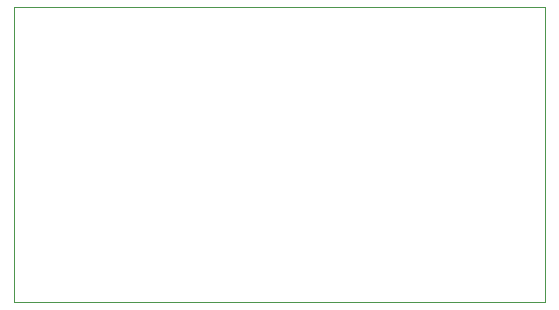
<source format=gbr>
%TF.GenerationSoftware,KiCad,Pcbnew,8.0.3*%
%TF.CreationDate,2024-06-20T18:00:43+09:00*%
%TF.ProjectId,UART-RS485 Read only,55415254-2d52-4533-9438-352052656164,rev?*%
%TF.SameCoordinates,Original*%
%TF.FileFunction,Profile,NP*%
%FSLAX46Y46*%
G04 Gerber Fmt 4.6, Leading zero omitted, Abs format (unit mm)*
G04 Created by KiCad (PCBNEW 8.0.3) date 2024-06-20 18:00:43*
%MOMM*%
%LPD*%
G01*
G04 APERTURE LIST*
%TA.AperFunction,Profile*%
%ADD10C,0.050000*%
%TD*%
G04 APERTURE END LIST*
D10*
X136110000Y-88820000D02*
X181110000Y-88820000D01*
X181110000Y-113820000D01*
X136110000Y-113820000D01*
X136110000Y-88820000D01*
M02*

</source>
